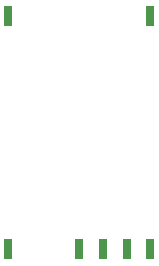
<source format=gbr>
G04 DipTrace 3.0.0.2*
G04 TopPaste.gbr*
%MOIN*%
G04 #@! TF.FileFunction,Paste,Top*
G04 #@! TF.Part,Single*
%ADD26R,0.031339X0.070709*%
%FSLAX26Y26*%
G04*
G70*
G90*
G75*
G01*
G04 TopPaste*
%LPD*%
D26*
X539197Y1465984D3*
X1011638D3*
X539197Y690394D3*
X775417D3*
X854157D3*
X932898D3*
X1011638D3*
M02*

</source>
